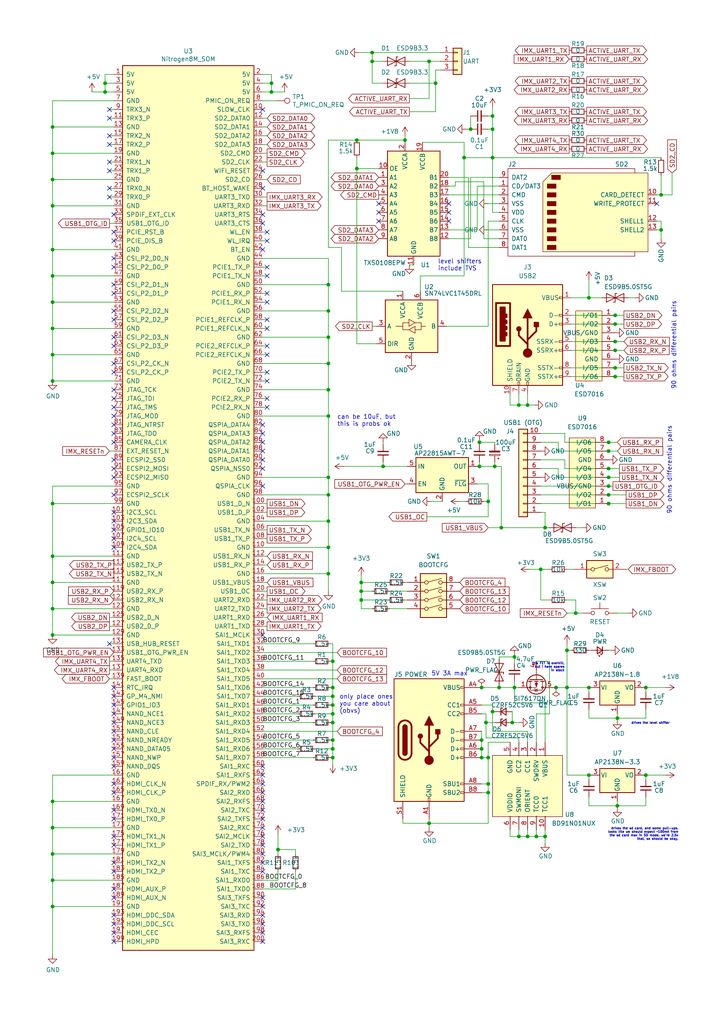
<source format=kicad_sch>
(kicad_sch (version 20211123) (generator eeschema)
  (paper "A4" portrait)
  (junction (at 141.605 227.33))
  (junction (at 124.46 17.78))
  (junction (at 155.575 242.57))
  (junction (at 178.435 91.44))
  (junction (at 78.74 24.13))
  (junction (at 15.24 161.29))
  (junction (at 104.775 173.99))
  (junction (at 30.48 24.13))
  (junction (at 191.77 56.515))
  (junction (at 153.035 117.475))
  (junction (at 187.325 199.39))
  (junction (at 15.24 168.91))
  (junction (at 15.24 184.15))
  (junction (at 149.225 190.5))
  (junction (at 176.53 146.05))
  (junction (at 15.24 102.87))
  (junction (at 95.25 105.41))
  (junction (at 164.465 188.595))
  (junction (at 95.25 120.65))
  (junction (at 117.475 40.64))
  (junction (at 96.52 191.77))
  (junction (at 140.97 209.55))
  (junction (at 164.465 199.39))
  (junction (at 191.77 66.675))
  (junction (at 95.25 151.13))
  (junction (at 161.29 199.39))
  (junction (at 96.52 199.39))
  (junction (at 141.605 219.71))
  (junction (at 170.815 224.79))
  (junction (at 176.53 143.51))
  (junction (at 96.52 217.17))
  (junction (at 139.7 199.39))
  (junction (at 139.065 135.255))
  (junction (at 176.53 138.43))
  (junction (at 178.435 109.22))
  (junction (at 178.435 101.6))
  (junction (at 15.24 87.63))
  (junction (at 126.365 24.13))
  (junction (at 142.875 206.375))
  (junction (at 15.24 255.27))
  (junction (at 139.065 128.27))
  (junction (at 142.875 45.72))
  (junction (at 15.24 95.25))
  (junction (at 170.815 86.36))
  (junction (at 139.7 214.63))
  (junction (at 104.775 168.91))
  (junction (at 167.005 177.8))
  (junction (at 96.52 204.47))
  (junction (at 176.53 128.27))
  (junction (at 15.24 44.45))
  (junction (at 170.815 199.39))
  (junction (at 149.225 199.39))
  (junction (at 96.52 214.63))
  (junction (at 15.24 240.03))
  (junction (at 95.25 166.37))
  (junction (at 95.25 113.03))
  (junction (at 15.24 247.65))
  (junction (at 96.52 209.55))
  (junction (at 150.495 117.475))
  (junction (at 95.25 158.75))
  (junction (at 95.25 90.17))
  (junction (at 15.24 36.83))
  (junction (at 158.115 242.57))
  (junction (at 156.845 165.1))
  (junction (at 78.74 26.67))
  (junction (at 176.53 140.97))
  (junction (at 96.52 207.01))
  (junction (at 124.46 238.76))
  (junction (at 139.7 219.71))
  (junction (at 15.24 176.53))
  (junction (at 136.525 37.465))
  (junction (at 148.59 209.55))
  (junction (at 95.25 82.55))
  (junction (at 15.24 110.49))
  (junction (at 15.24 146.05))
  (junction (at 153.035 242.57))
  (junction (at 142.875 37.465))
  (junction (at 150.495 242.57))
  (junction (at 15.24 72.39))
  (junction (at 15.24 262.89))
  (junction (at 179.07 233.68))
  (junction (at 30.48 26.67))
  (junction (at 187.325 224.79))
  (junction (at 178.435 106.68))
  (junction (at 15.24 52.07))
  (junction (at 176.53 130.81))
  (junction (at 104.775 171.45))
  (junction (at 15.24 59.69))
  (junction (at 15.24 80.01))
  (junction (at 107.95 17.78))
  (junction (at 141.605 229.87))
  (junction (at 144.78 199.39))
  (junction (at 95.25 138.43))
  (junction (at 134.62 45.72))
  (junction (at 95.25 97.79))
  (junction (at 111.125 135.255))
  (junction (at 178.435 99.06))
  (junction (at 107.95 15.24))
  (junction (at 15.24 232.41))
  (junction (at 176.53 135.89))
  (junction (at 96.52 201.93))
  (junction (at 96.52 219.71))
  (junction (at 103.505 40.64))
  (junction (at 139.7 217.17))
  (junction (at 178.435 93.98))
  (junction (at 143.51 135.255))
  (junction (at 95.25 143.51))
  (junction (at 158.115 153.035))
  (junction (at 80.645 246.38))
  (junction (at 142.875 33.655))
  (junction (at 103.505 48.895))
  (junction (at 141.605 145.415))
  (junction (at 145.415 153.035))
  (junction (at 179.07 208.28))
  (no_connect (at 33.02 82.55))
  (no_connect (at 76.2 184.15))
  (no_connect (at 33.02 69.85))
  (no_connect (at 33.02 209.55))
  (no_connect (at 33.02 74.93))
  (no_connect (at 33.02 92.71))
  (no_connect (at 33.02 153.67))
  (no_connect (at 33.02 156.21))
  (no_connect (at 33.02 158.75))
  (no_connect (at 33.02 77.47))
  (no_connect (at 33.02 212.09))
  (no_connect (at 33.02 85.09))
  (no_connect (at 76.2 224.79))
  (no_connect (at 76.2 128.27))
  (no_connect (at 33.02 217.17))
  (no_connect (at 33.02 265.43))
  (no_connect (at 33.02 267.97))
  (no_connect (at 33.02 270.51))
  (no_connect (at 33.02 273.05))
  (no_connect (at 33.02 227.33))
  (no_connect (at 33.02 229.87))
  (no_connect (at 33.02 234.95))
  (no_connect (at 33.02 237.49))
  (no_connect (at 33.02 242.57))
  (no_connect (at 33.02 245.11))
  (no_connect (at 33.02 250.19))
  (no_connect (at 33.02 252.73))
  (no_connect (at 76.2 260.35))
  (no_connect (at 76.2 140.97))
  (no_connect (at 76.2 123.19))
  (no_connect (at 130.175 64.135))
  (no_connect (at 130.175 61.595))
  (no_connect (at 130.175 59.055))
  (no_connect (at 76.2 267.97))
  (no_connect (at 76.2 31.75))
  (no_connect (at 33.02 207.01))
  (no_connect (at 76.2 270.51))
  (no_connect (at 76.2 265.43))
  (no_connect (at 33.02 199.39))
  (no_connect (at 33.02 201.93))
  (no_connect (at 33.02 204.47))
  (no_connect (at 77.47 69.85))
  (no_connect (at 77.47 67.31))
  (no_connect (at 190.5 59.055))
  (no_connect (at 76.2 222.25))
  (no_connect (at 76.2 262.89))
  (no_connect (at 76.2 64.77))
  (no_connect (at 76.2 133.35))
  (no_connect (at 33.02 214.63))
  (no_connect (at 76.2 54.61))
  (no_connect (at 33.02 260.35))
  (no_connect (at 76.2 125.73))
  (no_connect (at 76.2 273.05))
  (no_connect (at 33.02 62.23))
  (no_connect (at 33.02 128.27))
  (no_connect (at 76.2 250.19))
  (no_connect (at 76.2 232.41))
  (no_connect (at 76.2 229.87))
  (no_connect (at 76.2 227.33))
  (no_connect (at 76.2 245.11))
  (no_connect (at 76.2 242.57))
  (no_connect (at 76.2 240.03))
  (no_connect (at 76.2 237.49))
  (no_connect (at 76.2 234.95))
  (no_connect (at 76.2 247.65))
  (no_connect (at 109.855 59.055))
  (no_connect (at 109.855 64.135))
  (no_connect (at 109.855 61.595))
  (no_connect (at 77.47 77.47))
  (no_connect (at 77.47 80.01))
  (no_connect (at 77.47 100.33))
  (no_connect (at 77.47 85.09))
  (no_connect (at 77.47 87.63))
  (no_connect (at 77.47 92.71))
  (no_connect (at 77.47 95.25))
  (no_connect (at 77.47 102.87))
  (no_connect (at 77.47 107.95))
  (no_connect (at 77.47 110.49))
  (no_connect (at 77.47 115.57))
  (no_connect (at 77.47 118.11))
  (no_connect (at 33.02 67.31))
  (no_connect (at 31.75 31.75))
  (no_connect (at 31.75 34.29))
  (no_connect (at 31.75 39.37))
  (no_connect (at 31.75 41.91))
  (no_connect (at 31.75 46.99))
  (no_connect (at 31.75 49.53))
  (no_connect (at 31.75 54.61))
  (no_connect (at 31.75 57.15))
  (no_connect (at 33.02 107.95))
  (no_connect (at 76.2 49.53))
  (no_connect (at 76.2 252.73))
  (no_connect (at 76.2 62.23))
  (no_connect (at 76.2 72.39))
  (no_connect (at 33.02 90.17))
  (no_connect (at 76.2 135.89))
  (no_connect (at 33.02 100.33))
  (no_connect (at 76.2 130.81))
  (no_connect (at 33.02 222.25))
  (no_connect (at 33.02 105.41))
  (no_connect (at 33.02 97.79))
  (no_connect (at 33.02 257.81))
  (no_connect (at 33.02 133.35))
  (no_connect (at 33.02 135.89))
  (no_connect (at 33.02 138.43))
  (no_connect (at 33.02 219.71))
  (no_connect (at 33.02 115.57))
  (no_connect (at 33.02 113.03))
  (no_connect (at 33.02 123.19))
  (no_connect (at 33.02 125.73))
  (no_connect (at 33.02 120.65))
  (no_connect (at 33.02 118.11))
  (no_connect (at 31.75 186.69))
  (no_connect (at 33.02 143.51))
  (no_connect (at 33.02 148.59))
  (no_connect (at 33.02 151.13))
  (wire (pts (xy 118.745 17.78) (xy 124.46 17.78)))
  (wire (pts (xy 179.07 207.01) (xy 179.07 208.28)))
  (wire (pts (xy 142.875 206.375) (xy 143.51 206.375)))
  (wire (pts (xy 33.02 240.03) (xy 15.24 240.03)))
  (wire (pts (xy 95.25 151.13) (xy 95.25 158.75)))
  (wire (pts (xy 138.43 53.975) (xy 144.78 53.975)))
  (wire (pts (xy 15.24 102.87) (xy 15.24 95.25)))
  (wire (pts (xy 144.78 64.135) (xy 141.605 64.135)))
  (wire (pts (xy 33.02 80.01) (xy 15.24 80.01)))
  (wire (pts (xy 143.51 133.985) (xy 143.51 135.255)))
  (wire (pts (xy 136.525 33.655) (xy 136.525 37.465)))
  (wire (pts (xy 15.24 262.89) (xy 33.02 262.89)))
  (wire (pts (xy 33.02 24.13) (xy 30.48 24.13)))
  (wire (pts (xy 130.175 56.515) (xy 144.78 56.515)))
  (wire (pts (xy 170.815 199.39) (xy 171.45 199.39)))
  (wire (pts (xy 99.695 135.255) (xy 111.125 135.255)))
  (wire (pts (xy 85.725 257.81) (xy 76.2 257.81)))
  (wire (pts (xy 138.43 135.255) (xy 139.065 135.255)))
  (wire (pts (xy 136.525 51.435) (xy 144.78 51.435)))
  (wire (pts (xy 176.53 138.43) (xy 179.705 138.43)))
  (wire (pts (xy 80.645 246.38) (xy 85.725 246.38)))
  (wire (pts (xy 33.02 176.53) (xy 15.24 176.53)))
  (wire (pts (xy 95.25 171.45) (xy 95.25 166.37)))
  (wire (pts (xy 77.47 44.45) (xy 76.2 44.45)))
  (wire (pts (xy 95.25 105.41) (xy 95.25 113.03)))
  (wire (pts (xy 141.605 94.615) (xy 129.54 94.615)))
  (wire (pts (xy 141.605 227.33) (xy 141.605 229.87)))
  (wire (pts (xy 164.465 199.39) (xy 164.465 224.79)))
  (wire (pts (xy 77.47 39.37) (xy 76.2 39.37)))
  (wire (pts (xy 171.45 188.595) (xy 170.815 188.595)))
  (wire (pts (xy 140.97 209.55) (xy 140.97 213.995)))
  (wire (pts (xy 159.385 191.77) (xy 159.385 207.01)))
  (wire (pts (xy 141.605 153.035) (xy 145.415 153.035)))
  (wire (pts (xy 187.325 199.39) (xy 187.325 200.66)))
  (wire (pts (xy 76.2 46.99) (xy 77.47 46.99)))
  (wire (pts (xy 86.36 217.17) (xy 76.2 217.17)))
  (wire (pts (xy 78.74 24.13) (xy 78.74 21.59)))
  (wire (pts (xy 147.955 242.57) (xy 150.495 242.57)))
  (wire (pts (xy 150.495 240.665) (xy 150.495 242.57)))
  (wire (pts (xy 150.495 114.3) (xy 150.495 117.475)))
  (wire (pts (xy 76.2 163.83) (xy 77.47 163.83)))
  (wire (pts (xy 163.83 125.73) (xy 163.83 128.27)))
  (wire (pts (xy 15.24 80.01) (xy 15.24 87.63)))
  (wire (pts (xy 33.02 146.05) (xy 15.24 146.05)))
  (wire (pts (xy 179.07 233.68) (xy 179.07 232.41)))
  (wire (pts (xy 109.22 99.695) (xy 103.505 99.695)))
  (wire (pts (xy 95.885 204.47) (xy 96.52 204.47)))
  (wire (pts (xy 164.465 177.8) (xy 167.005 177.8)))
  (wire (pts (xy 31.75 130.81) (xy 33.02 130.81)))
  (wire (pts (xy 95.25 71.755) (xy 95.25 40.64)))
  (wire (pts (xy 141.605 59.055) (xy 144.78 59.055)))
  (wire (pts (xy 76.2 26.67) (xy 78.74 26.67)))
  (wire (pts (xy 31.75 191.77) (xy 33.02 191.77)))
  (wire (pts (xy 90.805 214.63) (xy 76.2 214.63)))
  (wire (pts (xy 77.47 80.01) (xy 76.2 80.01)))
  (wire (pts (xy 107.95 17.78) (xy 107.95 15.24)))
  (wire (pts (xy 95.25 97.79) (xy 95.25 105.41)))
  (wire (pts (xy 165.735 91.44) (xy 178.435 91.44)))
  (wire (pts (xy 178.435 91.44) (xy 180.975 91.44)))
  (wire (pts (xy 148.59 206.375) (xy 148.59 209.55)))
  (wire (pts (xy 149.225 199.39) (xy 149.225 203.835)))
  (wire (pts (xy 139.065 128.27) (xy 143.51 128.27)))
  (wire (pts (xy 80.645 252.73) (xy 80.645 255.27)))
  (wire (pts (xy 182.245 165.1) (xy 181.61 165.1)))
  (wire (pts (xy 97.79 212.09) (xy 76.2 212.09)))
  (wire (pts (xy 33.02 44.45) (xy 15.24 44.45)))
  (wire (pts (xy 95.885 214.63) (xy 96.52 214.63)))
  (wire (pts (xy 140.97 209.55) (xy 143.51 209.55)))
  (wire (pts (xy 194.945 56.515) (xy 194.945 50.165)))
  (wire (pts (xy 156.845 128.27) (xy 161.925 128.27)))
  (wire (pts (xy 136.525 69.215) (xy 136.525 51.435)))
  (wire (pts (xy 139.7 204.47) (xy 142.875 204.47)))
  (wire (pts (xy 123.825 149.86) (xy 141.605 149.86)))
  (wire (pts (xy 91.44 217.17) (xy 96.52 217.17)))
  (wire (pts (xy 147.955 117.475) (xy 150.495 117.475)))
  (wire (pts (xy 31.75 181.61) (xy 33.02 181.61)))
  (wire (pts (xy 156.845 125.73) (xy 163.83 125.73)))
  (wire (pts (xy 164.465 165.1) (xy 166.37 165.1)))
  (wire (pts (xy 95.885 199.39) (xy 96.52 199.39)))
  (wire (pts (xy 176.53 188.595) (xy 177.165 188.595)))
  (wire (pts (xy 77.47 95.25) (xy 76.2 95.25)))
  (wire (pts (xy 112.395 173.99) (xy 104.775 173.99)))
  (wire (pts (xy 95.25 113.03) (xy 95.25 120.65)))
  (wire (pts (xy 90.805 204.47) (xy 76.2 204.47)))
  (wire (pts (xy 33.02 102.87) (xy 15.24 102.87)))
  (wire (pts (xy 156.845 140.97) (xy 176.53 140.97)))
  (wire (pts (xy 80.645 241.935) (xy 80.645 246.38)))
  (wire (pts (xy 178.435 106.68) (xy 180.975 106.68)))
  (wire (pts (xy 76.2 41.91) (xy 77.47 41.91)))
  (wire (pts (xy 155.575 242.57) (xy 158.115 242.57)))
  (wire (pts (xy 76.2 120.65) (xy 95.25 120.65)))
  (wire (pts (xy 15.24 140.97) (xy 15.24 146.05)))
  (wire (pts (xy 187.325 205.74) (xy 187.325 208.28)))
  (wire (pts (xy 86.36 201.93) (xy 76.2 201.93)))
  (wire (pts (xy 153.035 117.475) (xy 154.94 117.475)))
  (wire (pts (xy 90.805 186.69) (xy 76.2 186.69)))
  (wire (pts (xy 156.845 146.05) (xy 176.53 146.05)))
  (wire (pts (xy 124.46 237.49) (xy 124.46 238.76)))
  (wire (pts (xy 15.24 59.69) (xy 15.24 72.39)))
  (wire (pts (xy 78.74 26.67) (xy 78.74 24.13)))
  (wire (pts (xy 141.605 229.87) (xy 141.605 238.76)))
  (wire (pts (xy 158.115 242.57) (xy 158.115 244.475)))
  (wire (pts (xy 186.69 224.79) (xy 187.325 224.79)))
  (wire (pts (xy 112.395 168.91) (xy 104.775 168.91)))
  (wire (pts (xy 176.53 128.27) (xy 179.07 128.27)))
  (wire (pts (xy 161.925 130.81) (xy 176.53 130.81)))
  (wire (pts (xy 191.77 66.675) (xy 191.77 69.215)))
  (wire (pts (xy 97.79 196.85) (xy 76.2 196.85)))
  (wire (pts (xy 33.02 232.41) (xy 15.24 232.41)))
  (wire (pts (xy 111.125 135.255) (xy 118.11 135.255)))
  (wire (pts (xy 156.845 135.89) (xy 161.925 135.89)))
  (wire (pts (xy 164.465 199.39) (xy 170.815 199.39)))
  (wire (pts (xy 165.735 86.36) (xy 170.815 86.36)))
  (wire (pts (xy 76.2 21.59) (xy 78.74 21.59)))
  (wire (pts (xy 139.7 227.33) (xy 141.605 227.33)))
  (wire (pts (xy 161.925 138.43) (xy 176.53 138.43)))
  (wire (pts (xy 76.2 173.99) (xy 77.47 173.99)))
  (wire (pts (xy 135.89 51.435) (xy 135.89 71.755)))
  (wire (pts (xy 118.745 24.13) (xy 126.365 24.13)))
  (wire (pts (xy 117.475 168.91) (xy 118.11 168.91)))
  (wire (pts (xy 76.2 97.79) (xy 95.25 97.79)))
  (wire (pts (xy 96.52 209.55) (xy 96.52 207.01)))
  (wire (pts (xy 77.47 176.53) (xy 76.2 176.53)))
  (wire (pts (xy 126.365 24.13) (xy 126.365 32.385)))
  (wire (pts (xy 76.2 85.09) (xy 77.47 85.09)))
  (wire (pts (xy 150.495 242.57) (xy 153.035 242.57)))
  (wire (pts (xy 140.97 207.01) (xy 140.97 209.55)))
  (wire (pts (xy 141.605 149.86) (xy 141.605 145.415)))
  (wire (pts (xy 31.75 194.31) (xy 33.02 194.31)))
  (wire (pts (xy 165.735 188.595) (xy 164.465 188.595)))
  (wire (pts (xy 80.01 29.21) (xy 76.2 29.21)))
  (wire (pts (xy 33.02 110.49) (xy 15.24 110.49)))
  (wire (pts (xy 95.25 143.51) (xy 95.25 151.13)))
  (wire (pts (xy 142.875 31.115) (xy 142.875 33.655)))
  (wire (pts (xy 176.53 135.89) (xy 179.705 135.89)))
  (wire (pts (xy 107.95 176.53) (xy 104.775 176.53)))
  (wire (pts (xy 95.885 219.71) (xy 96.52 219.71)))
  (wire (pts (xy 77.47 100.33) (xy 76.2 100.33)))
  (wire (pts (xy 104.775 168.91) (xy 104.775 167.005)))
  (wire (pts (xy 141.605 215.265) (xy 141.605 219.71)))
  (wire (pts (xy 165.735 109.22) (xy 178.435 109.22)))
  (wire (pts (xy 179.07 208.28) (xy 179.07 208.915)))
  (wire (pts (xy 141.605 33.655) (xy 142.875 33.655)))
  (wire (pts (xy 31.75 34.29) (xy 33.02 34.29)))
  (wire (pts (xy 139.065 128.27) (xy 139.065 128.905)))
  (wire (pts (xy 132.08 53.975) (xy 130.175 53.975)))
  (wire (pts (xy 141.605 145.415) (xy 141.605 140.335)))
  (wire (pts (xy 111.125 133.985) (xy 111.125 135.255)))
  (wire (pts (xy 153.67 165.1) (xy 156.845 165.1)))
  (wire (pts (xy 139.7 214.63) (xy 139.7 217.17)))
  (wire (pts (xy 77.47 171.45) (xy 76.2 171.45)))
  (wire (pts (xy 142.875 212.09) (xy 153.035 212.09)))
  (wire (pts (xy 80.645 255.27) (xy 76.2 255.27)))
  (wire (pts (xy 104.775 173.99) (xy 104.775 176.53)))
  (wire (pts (xy 33.02 21.59) (xy 30.48 21.59)))
  (wire (pts (xy 126.365 20.32) (xy 126.365 24.13)))
  (wire (pts (xy 141.605 219.71) (xy 141.605 227.33)))
  (wire (pts (xy 127.635 17.78) (xy 124.46 17.78)))
  (wire (pts (xy 113.03 171.45) (xy 118.11 171.45)))
  (wire (pts (xy 30.48 24.13) (xy 30.48 21.59)))
  (wire (pts (xy 167.005 177.8) (xy 168.91 177.8)))
  (wire (pts (xy 144.78 190.5) (xy 149.225 190.5)))
  (wire (pts (xy 139.7 212.09) (xy 139.7 214.63)))
  (wire (pts (xy 111.125 128.27) (xy 111.125 128.905)))
  (wire (pts (xy 96.52 199.39) (xy 96.52 191.77)))
  (wire (pts (xy 33.02 247.65) (xy 15.24 247.65)))
  (wire (pts (xy 77.47 87.63) (xy 76.2 87.63)))
  (wire (pts (xy 95.25 82.55) (xy 95.25 90.17)))
  (wire (pts (xy 113.03 176.53) (xy 118.11 176.53)))
  (wire (pts (xy 76.2 90.17) (xy 95.25 90.17)))
  (wire (pts (xy 171.45 224.79) (xy 170.815 224.79)))
  (wire (pts (xy 103.505 40.64) (xy 117.475 40.64)))
  (wire (pts (xy 77.47 161.29) (xy 76.2 161.29)))
  (wire (pts (xy 148.59 209.55) (xy 150.495 209.55)))
  (wire (pts (xy 150.495 213.995) (xy 150.495 215.265)))
  (wire (pts (xy 77.47 107.95) (xy 76.2 107.95)))
  (wire (pts (xy 167.005 173.99) (xy 167.005 177.8)))
  (wire (pts (xy 117.475 140.335) (xy 118.11 140.335)))
  (wire (pts (xy 76.2 92.71) (xy 77.47 92.71)))
  (wire (pts (xy 33.02 41.91) (xy 31.75 41.91)))
  (wire (pts (xy 91.44 201.93) (xy 96.52 201.93)))
  (wire (pts (xy 132.08 52.705) (xy 140.335 52.705)))
  (wire (pts (xy 139.7 207.01) (xy 140.97 207.01)))
  (wire (pts (xy 76.2 59.69) (xy 77.47 59.69)))
  (wire (pts (xy 76.2 138.43) (xy 95.25 138.43)))
  (wire (pts (xy 170.815 208.28) (xy 179.07 208.28)))
  (wire (pts (xy 76.2 143.51) (xy 95.25 143.51)))
  (wire (pts (xy 31.75 54.61) (xy 33.02 54.61)))
  (wire (pts (xy 15.24 87.63) (xy 15.24 95.25)))
  (wire (pts (xy 156.845 133.35) (xy 163.83 133.35)))
  (wire (pts (xy 124.46 238.76) (xy 124.46 240.03)))
  (wire (pts (xy 153.035 242.57) (xy 155.575 242.57)))
  (wire (pts (xy 144.78 69.215) (xy 140.335 69.215)))
  (wire (pts (xy 159.385 153.035) (xy 158.115 153.035)))
  (wire (pts (xy 33.02 26.67) (xy 30.48 26.67)))
  (wire (pts (xy 164.465 186.69) (xy 164.465 188.595)))
  (wire (pts (xy 33.02 168.91) (xy 15.24 168.91)))
  (wire (pts (xy 33.02 52.07) (xy 15.24 52.07)))
  (wire (pts (xy 158.115 153.035) (xy 158.115 148.59)))
  (wire (pts (xy 179.07 177.8) (xy 182.245 177.8)))
  (wire (pts (xy 143.51 128.27) (xy 143.51 128.905)))
  (wire (pts (xy 170.815 86.36) (xy 174.625 86.36)))
  (wire (pts (xy 138.43 66.675) (xy 138.43 53.975)))
  (wire (pts (xy 130.175 51.435) (xy 135.89 51.435)))
  (wire (pts (xy 142.875 204.47) (xy 142.875 206.375)))
  (wire (pts (xy 134.62 41.275) (xy 134.62 45.72)))
  (wire (pts (xy 165.735 99.06) (xy 178.435 99.06)))
  (wire (pts (xy 156.845 173.99) (xy 156.845 165.1)))
  (wire (pts (xy 144.78 198.755) (xy 144.78 199.39)))
  (wire (pts (xy 163.83 128.27) (xy 176.53 128.27)))
  (wire (pts (xy 103.505 48.895) (xy 103.505 45.72)))
  (wire (pts (xy 161.925 135.89) (xy 161.925 138.43)))
  (wire (pts (xy 33.02 49.53) (xy 31.75 49.53)))
  (wire (pts (xy 142.875 37.465) (xy 142.875 45.72)))
  (wire (pts (xy 150.495 117.475) (xy 153.035 117.475)))
  (wire (pts (xy 121.92 80.01) (xy 121.92 84.455)))
  (wire (pts (xy 170.815 224.79) (xy 164.465 224.79)))
  (wire (pts (xy 155.575 191.77) (xy 159.385 191.77)))
  (wire (pts (xy 190.5 56.515) (xy 191.77 56.515)))
  (wire (pts (xy 15.24 52.07) (xy 15.24 59.69)))
  (wire (pts (xy 116.84 84.455) (xy 99.06 84.455)))
  (wire (pts (xy 139.065 135.255) (xy 143.51 135.255)))
  (wire (pts (xy 33.02 57.15) (xy 31.75 57.15)))
  (wire (pts (xy 104.775 171.45) (xy 104.775 173.99)))
  (wire (pts (xy 170.815 231.14) (xy 170.815 233.68)))
  (wire (pts (xy 179.07 234.315) (xy 179.07 233.68)))
  (wire (pts (xy 15.24 72.39) (xy 15.24 80.01)))
  (wire (pts (xy 134.62 80.01) (xy 134.62 45.72)))
  (wire (pts (xy 76.2 74.93) (xy 95.25 74.93)))
  (wire (pts (xy 191.77 64.135) (xy 191.77 66.675)))
  (wire (pts (xy 153.035 240.665) (xy 153.035 242.57)))
  (wire (pts (xy 132.08 52.705) (xy 132.08 53.975)))
  (wire (pts (xy 176.53 140.97) (xy 177.8 140.97)))
  (wire (pts (xy 111.125 24.13) (xy 107.95 24.13)))
  (wire (pts (xy 165.735 101.6) (xy 178.435 101.6)))
  (wire (pts (xy 15.24 102.87) (xy 15.24 110.49)))
  (wire (pts (xy 118.745 28.575) (xy 124.46 28.575)))
  (wire (pts (xy 159.385 173.99) (xy 156.845 173.99)))
  (wire (pts (xy 164.465 188.595) (xy 164.465 199.39)))
  (wire (pts (xy 130.175 69.215) (xy 136.525 69.215)))
  (wire (pts (xy 77.47 34.29) (xy 76.2 34.29)))
  (wire (pts (xy 104.14 15.24) (xy 107.95 15.24)))
  (wire (pts (xy 30.48 26.67) (xy 26.67 26.67)))
  (wire (pts (xy 178.435 99.06) (xy 180.975 99.06)))
  (wire (pts (xy 76.2 36.83) (xy 77.47 36.83)))
  (wire (pts (xy 96.52 214.63) (xy 96.52 209.55)))
  (wire (pts (xy 95.885 209.55) (xy 96.52 209.55)))
  (wire (pts (xy 141.605 66.675) (xy 144.78 66.675)))
  (wire (pts (xy 82.55 26.67) (xy 78.74 26.67)))
  (wire (pts (xy 99.06 71.755) (xy 95.25 71.755)))
  (wire (pts (xy 96.52 221.615) (xy 96.52 219.71)))
  (wire (pts (xy 76.2 151.13) (xy 95.25 151.13)))
  (wire (pts (xy 95.25 120.65) (xy 95.25 138.43)))
  (wire (pts (xy 186.69 199.39) (xy 187.325 199.39)))
  (wire (pts (xy 120.015 76.835) (xy 118.745 76.835)))
  (wire (pts (xy 91.44 207.01) (xy 96.52 207.01)))
  (wire (pts (xy 142.875 33.655) (xy 142.875 37.465)))
  (wire (pts (xy 96.52 219.71) (xy 96.52 217.17)))
  (wire (pts (xy 103.505 99.695) (xy 103.505 48.895)))
  (wire (pts (xy 96.52 201.93) (xy 96.52 199.39)))
  (wire (pts (xy 158.115 203.835) (xy 149.225 203.835)))
  (wire (pts (xy 176.53 143.51) (xy 181.61 143.51)))
  (wire (pts (xy 97.79 189.23) (xy 76.2 189.23)))
  (wire (pts (xy 168.91 153.035) (xy 167.005 153.035)))
  (wire (pts (xy 147.955 114.3) (xy 147.955 117.475)))
  (wire (pts (xy 76.2 110.49) (xy 77.47 110.49)))
  (wire (pts (xy 33.02 140.97) (xy 15.24 140.97)))
  (wire (pts (xy 158.115 215.265) (xy 158.115 203.835)))
  (wire (pts (xy 191.77 56.515) (xy 194.945 56.515)))
  (wire (pts (xy 187.325 224.79) (xy 187.325 226.06)))
  (wire (pts (xy 76.2 113.03) (xy 95.25 113.03)))
  (wire (pts (xy 153.035 114.3) (xy 153.035 117.475)))
  (wire (pts (xy 149.225 190.5) (xy 149.225 192.405)))
  (wire (pts (xy 149.225 197.485) (xy 149.225 199.39)))
  (wire (pts (xy 122.555 41.275) (xy 134.62 41.275)))
  (wire (pts (xy 170.815 224.79) (xy 170.815 226.06)))
  (wire (pts (xy 90.805 209.55) (xy 76.2 209.55)))
  (wire (pts (xy 147.955 215.265) (xy 141.605 215.265)))
  (wire (pts (xy 97.79 194.31) (xy 76.2 194.31)))
  (wire (pts (xy 165.735 106.68) (xy 178.435 106.68)))
  (wire (pts (xy 153.035 212.09) (xy 153.035 215.265)))
  (wire (pts (xy 156.845 165.1) (xy 159.385 165.1)))
  (wire (pts (xy 160.655 199.39) (xy 161.29 199.39)))
  (wire (pts (xy 140.335 145.415) (xy 141.605 145.415)))
  (wire (pts (xy 31.75 46.99) (xy 33.02 46.99)))
  (wire (pts (xy 76.2 118.11) (xy 77.47 118.11)))
  (wire (pts (xy 15.24 224.79) (xy 15.24 232.41)))
  (wire (pts (xy 144.78 199.39) (xy 149.225 199.39)))
  (wire (pts (xy 96.52 217.17) (xy 96.52 214.63)))
  (wire (pts (xy 76.2 67.31) (xy 77.47 67.31)))
  (wire (pts (xy 144.78 191.135) (xy 144.78 190.5)))
  (wire (pts (xy 127.635 20.32) (xy 126.365 20.32)))
  (wire (pts (xy 31.75 186.69) (xy 33.02 186.69)))
  (wire (pts (xy 142.875 61.595) (xy 142.875 45.72)))
  (wire (pts (xy 178.435 93.98) (xy 180.975 93.98)))
  (wire (pts (xy 187.325 231.14) (xy 187.325 233.68)))
  (wire (pts (xy 15.24 276.86) (xy 15.24 262.89)))
  (wire (pts (xy 139.065 127.635) (xy 139.065 128.27)))
  (wire (pts (xy 15.24 146.05) (xy 15.24 161.29)))
  (wire (pts (xy 77.47 115.57) (xy 76.2 115.57)))
  (wire (pts (xy 117.475 39.37) (xy 117.475 40.64)))
  (wire (pts (xy 170.815 205.74) (xy 170.815 208.28)))
  (wire (pts (xy 77.47 148.59) (xy 76.2 148.59)))
  (wire (pts (xy 170.815 81.28) (xy 170.815 86.36)))
  (wire (pts (xy 139.7 219.71) (xy 141.605 219.71)))
  (wire (pts (xy 124.46 17.78) (xy 124.46 28.575)))
  (wire (pts (xy 76.2 179.07) (xy 77.47 179.07)))
  (wire (pts (xy 149.225 199.39) (xy 150.495 199.39)))
  (wire (pts (xy 179.07 233.68) (xy 187.325 233.68)))
  (wire (pts (xy 30.48 26.67) (xy 30.48 24.13)))
  (wire (pts (xy 86.36 207.01) (xy 76.2 207.01)))
  (wire (pts (xy 15.24 168.91) (xy 15.24 161.29)))
  (wire (pts (xy 15.24 255.27) (xy 33.02 255.27)))
  (wire (pts (xy 77.47 168.91) (xy 76.2 168.91)))
  (wire (pts (xy 111.125 17.78) (xy 107.95 17.78)))
  (wire (pts (xy 158.115 240.665) (xy 158.115 242.57)))
  (wire (pts (xy 99.06 84.455) (xy 99.06 71.755)))
  (wire (pts (xy 155.575 207.01) (xy 155.575 215.265)))
  (wire (pts (xy 176.53 130.81) (xy 179.07 130.81)))
  (wire (pts (xy 76.2 105.41) (xy 95.25 105.41)))
  (wire (pts (xy 161.29 199.39) (xy 164.465 199.39)))
  (wire (pts (xy 139.7 229.87) (xy 141.605 229.87)))
  (wire (pts (xy 134.62 45.72) (xy 142.875 45.72)))
  (wire (pts (xy 117.475 40.64) (xy 117.475 41.275)))
  (wire (pts (xy 95.25 138.43) (xy 95.25 143.51)))
  (wire (pts (xy 31.75 64.77) (xy 33.02 64.77)))
  (wire (pts (xy 85.725 246.38) (xy 85.725 247.65)))
  (wire (pts (xy 164.465 173.99) (xy 167.005 173.99)))
  (wire (pts (xy 15.24 168.91) (xy 15.24 176.53)))
  (wire (pts (xy 76.2 57.15) (xy 77.47 57.15)))
  (wire (pts (xy 178.435 109.22) (xy 180.975 109.22)))
  (wire (pts (xy 159.385 207.01) (xy 155.575 207.01)))
  (wire (pts (xy 76.2 24.13) (xy 78.74 24.13)))
  (wire (pts (xy 107.95 171.45) (xy 104.775 171.45)))
  (wire (pts (xy 176.53 146.05) (xy 181.61 146.05)))
  (wire (pts (xy 77.47 181.61) (xy 76.2 181.61)))
  (wire (pts (xy 116.84 237.49) (xy 116.84 238.76)))
  (wire (pts (xy 126.365 32.385) (xy 118.745 32.385)))
  (wire (pts (xy 15.24 95.25) (xy 33.02 95.25)))
  (wire (pts (xy 121.92 80.01) (xy 134.62 80.01)))
  (wire (pts (xy 95.25 74.93) (xy 95.25 82.55)))
  (wire (pts (xy 15.24 240.03) (xy 15.24 247.65)))
  (wire (pts (xy 116.84 238.76) (xy 124.46 238.76)))
  (wire (pts (xy 90.805 191.77) (xy 76.2 191.77)))
  (wire (pts (xy 141.605 238.76) (xy 124.46 238.76)))
  (wire (pts (xy 107.95 24.13) (xy 107.95 17.78)))
  (wire (pts (xy 95.25 166.37) (xy 76.2 166.37)))
  (wire (pts (xy 142.875 206.375) (xy 142.875 212.09)))
  (wire (pts (xy 135.89 71.755) (xy 144.78 71.755)))
  (wire (pts (xy 142.875 45.72) (xy 191.77 45.72)))
  (wire (pts (xy 95.25 90.17) (xy 95.25 97.79)))
  (wire (pts (xy 145.415 153.035) (xy 158.115 153.035)))
  (wire (pts (xy 15.24 29.21) (xy 15.24 36.83)))
  (wire (pts (xy 141.605 140.335) (xy 138.43 140.335)))
  (wire (pts (xy 96.52 207.01) (xy 96.52 204.47)))
  (wire (pts (xy 143.51 135.255) (xy 145.415 135.255)))
  (wire (pts (xy 15.24 161.29) (xy 33.02 161.29)))
  (wire (pts (xy 107.95 15.24) (xy 127.635 15.24)))
  (wire (pts (xy 128.27 145.415) (xy 125.095 145.415)))
  (wire (pts (xy 141.605 37.465) (xy 142.875 37.465)))
  (wire (pts (xy 33.02 29.21) (xy 15.24 29.21)))
  (wire (pts (xy 33.02 36.83) (xy 15.24 36.83)))
  (wire (pts (xy 15.24 247.65) (xy 15.24 255.27)))
  (wire (pts (xy 95.25 158.75) (xy 95.25 166.37)))
  (wire (pts (xy 31.75 196.85) (xy 33.02 196.85)))
  (wire (pts (xy 107.95 94.615) (xy 109.22 94.615)))
  (wire (pts (xy 95.25 40.64) (xy 103.505 40.64)))
  (wire (pts (xy 170.815 199.39) (xy 170.815 200.66)))
  (wire (pts (xy 133.35 145.415) (xy 135.255 145.415)))
  (wire (pts (xy 90.805 219.71) (xy 76.2 219.71)))
  (wire (pts (xy 76.2 146.05) (xy 77.47 146.05)))
  (wire (pts (xy 15.24 36.83) (xy 15.24 44.45)))
  (wire (pts (xy 117.475 173.99) (xy 118.11 173.99)))
  (wire (pts (xy 187.325 224.79) (xy 193.04 224.79)))
  (wire (pts (xy 15.24 232.41) (xy 15.24 240.03)))
  (wire (pts (xy 178.435 101.6) (xy 180.975 101.6)))
  (wire (pts (xy 187.325 199.39) (xy 193.04 199.39)))
  (wire (pts (xy 96.52 186.69) (xy 95.885 186.69)))
  (wire (pts (xy 190.5 66.675) (xy 191.77 66.675)))
  (wire (pts (xy 76.2 153.67) (xy 77.47 153.67)))
  (wire (pts (xy 156.845 143.51) (xy 176.53 143.51)))
  (wire (pts (xy 165.735 93.98) (xy 178.435 93.98)))
  (wire (pts (xy 96.52 191.77) (xy 96.52 186.69)))
  (wire (pts (xy 179.07 208.28) (xy 187.325 208.28)))
  (wire (pts (xy 85.725 252.73) (xy 85.725 257.81)))
  (wire (pts (xy 15.24 44.45) (xy 15.24 52.07)))
  (wire (pts (xy 140.97 213.995) (xy 150.495 213.995)))
  (wire (pts (xy 15.24 176.53) (xy 15.24 184.15)))
  (wire (pts (xy 77.47 52.07) (xy 76.2 52.07)))
  (wire (pts (xy 33.02 224.79) (xy 15.24 224.79)))
  (wire (pts (xy 144.78 61.595) (xy 142.875 61.595)))
  (wire (pts (xy 76.2 77.47) (xy 77.47 77.47)))
  (wire (pts (xy 141.605 64.135) (xy 141.605 94.615)))
  (wire (pts (xy 33.02 59.69) (xy 15.24 59.69)))
  (wire (pts (xy 33.02 87.63) (xy 15.24 87.63)))
  (wire (pts (xy 33.02 179.07) (xy 31.75 179.07)))
  (wire (pts (xy 33.02 184.15) (xy 15.24 184.15)))
  (wire (pts (xy 33.02 31.75) (xy 31.75 31.75)))
  (wire (pts (xy 155.575 240.665) (xy 155.575 242.57)))
  (wire (pts (xy 76.2 69.85) (xy 77.47 69.85)))
  (wire (pts (xy 109.855 48.895) (xy 103.505 48.895)))
  (wire (pts (xy 31.75 39.37) (xy 33.02 39.37)))
  (wire (pts (xy 161.925 128.27) (xy 161.925 130.81)))
  (wire (pts (xy 104.775 168.91) (xy 104.775 171.45)))
  (wire (pts (xy 80.645 246.38) (xy 80.645 247.65)))
  (wire (pts (xy 163.83 135.89) (xy 176.53 135.89)))
  (wire (pts (xy 182.245 86.36) (xy 184.15 86.36)))
  (wire (pts (xy 190.5 64.135) (xy 191.77 64.135)))
  (wire (pts (xy 96.52 204.47) (xy 96.52 201.93)))
  (wire (pts (xy 140.335 69.215) (xy 140.335 52.705)))
  (wire (pts (xy 191.77 50.8) (xy 191.77 56.515)))
  (wire (pts (xy 76.2 102.87) (xy 77.47 102.87)))
  (wire (pts (xy 136.525 37.465) (xy 135.255 37.465)))
  (wire (pts (xy 149.225 189.865) (xy 149.225 190.5)))
  (wire (pts (xy 95.885 191.77) (xy 96.52 191.77)))
  (wire (pts (xy 76.2 158.75) (xy 95.25 158.75)))
  (wire (pts (xy 139.7 217.17) (xy 139.7 219.71)))
  (wire (pts (xy 147.955 240.665) (xy 147.955 242.57)))
  (wire (pts (xy 130.175 66.675) (xy 138.43 66.675)))
  (wire (pts (xy 15.24 262.89) (xy 15.24 255.27)))
  (wire (pts (xy 76.2 82.55) (xy 95.25 82.55)))
  (wire (pts (xy 139.7 199.39) (xy 144.78 199.39)))
  (wire (pts (xy 33.02 72.39) (xy 15.24 72.39)))
  (wire (pts (xy 170.815 233.68) (xy 179.07 233.68)))
  (wire (pts (xy 139.065 133.985) (xy 139.065 135.255)))
  (wire (pts (xy 145.415 135.255) (xy 145.415 153.035)))
  (wire (pts (xy 163.83 133.35) (xy 163.83 135.89)))
  (wire (pts (xy 77.47 156.21) (xy 76.2 156.21)))
  (wire (pts (xy 158.115 148.59) (xy 156.845 148.59)))
  (wire (pts (xy 90.805 199.39) (xy 76.2 199.39)))
  (text "only place ones\nyou care about\n(obvs)" (at 98.425 207.01 0) (effects (font (size 1.27 1.27)) (justify left bottom)))
  (text "level shifters\ninclude TVS" (at 127 78.74 0) (effects (font (size 1.27 1.27)) (justify left bottom)))
  (text "drives the sd card, and some pull-ups.\nlooks like we should expect ~100mA from\nthe sd card max in SD mode. we're 2.5x\nthat, so should be okay." (at 196.85 243.84 0) (effects (font (size 0.635 0.635)) (justify right bottom)))
  (text "90 ohms differential pairs" (at 194.945 149.225 90) (effects (font (size 1.27 1.27)) (justify left bottom)))
  (text "5V 3A max" (at 125.095 196.215 0) (effects (font (size 1.27 1.27)) (justify left bottom)))
  (text "this FET is overkill,\nbut i have spares\nin stock" (at 163.83 194.945 180) (effects (font (size 0.635 0.635)) (justify right bottom)))
  (text "drives the level shifter" (at 194.31 210.185 180) (effects (font (size 0.635 0.635)) (justify right bottom)))
  (text "can be 10uF, but\nthis is probs ok" (at 97.79 123.825 0) (effects (font (size 1.27 1.27)) (justify left bottom)))
  (text "90 ohms differential pairs" (at 196.215 113.03 90) (effects (font (size 1.27 1.27)) (justify left bottom)))
  (label "BOOTCFG_6" (at 76.2 217.17 0))
  (label "BOOTCFG_7" (at 76.2 219.71 0))
  (label "BOOTCFG_0" (at 76.835 255.27 0))
  (label "BOOTCFG_1" (at 76.205 204.47 0))
  (label "BOOTCFG_9" (at 76.2 186.69 0))
  (label "BOOTCFG_3" (at 76.2 209.55 0))
  (label "BOOTCFG_15" (at 76.2 201.93 0))
  (label "BOOTCFG_8" (at 78.105 257.81 0))
  (label "BOOTCFG_2" (at 76.205 207.01 0))
  (label "BOOTCFG_5" (at 76.2 214.63 0))
  (label "BOOTCFG_14" (at 76.2 199.39 0))
  (label "BOOTCFG_11" (at 76.2 191.77 0))
  (global_label "SD2_CD" (shape input) (at 194.945 50.165 90) (property "Intersheet References" "${INTERSHEET_REFS}" (effects hide)))
  (global_label "ACTIVE_UART_RX" (shape output) (at 170.18 34.925 0) (property "Intersheet References" "${INTERSHEET_REFS}" (effects hide)))
  (global_label "USB1_RX_N" (shape input) (at 77.47 161.29 0) (property "Intersheet References" "${INTERSHEET_REFS}" (effects hide)))
  (global_label "SD2_DATA1" (shape bidirectional) (at 109.855 51.435 180) (property "Intersheet References" "${INTERSHEET_REFS}" (effects hide)))
  (global_label "USB2_RX_P" (shape input) (at 180.975 101.6 0) (property "Intersheet References" "${INTERSHEET_REFS}" (effects hide)))
  (global_label "IMX_UART3_RX" (shape output) (at 165.1 34.925 180) (property "Intersheet References" "${INTERSHEET_REFS}" (effects hide)))
  (global_label "IMX_RESETn" (shape input) (at 164.465 177.8 180) (property "Intersheet References" "${INTERSHEET_REFS}" (effects hide)))
  (global_label "SD2_CLK" (shape output) (at 107.95 94.615 180) (property "Intersheet References" "${INTERSHEET_REFS}" (effects hide)))
  (global_label "USB2_DN" (shape output) (at 31.75 179.07 180) (property "Intersheet References" "${INTERSHEET_REFS}" (effects hide)))
  (global_label "ACTIVE_UART_RX" (shape output) (at 170.18 17.145 0) (property "Intersheet References" "${INTERSHEET_REFS}" (effects hide)))
  (global_label "USB1_TX_N" (shape output) (at 77.47 153.67 0) (property "Intersheet References" "${INTERSHEET_REFS}" (effects hide)))
  (global_label "BOOTCFG_12" (shape input) (at 97.79 194.31 0) (property "Intersheet References" "${INTERSHEET_REFS}" (effects hide)))
  (global_label "SD2_CMD" (shape output) (at 109.855 56.515 180) (property "Intersheet References" "${INTERSHEET_REFS}" (effects hide)))
  (global_label "IMX_UART4_TX" (shape output) (at 31.75 191.77 180) (property "Intersheet References" "${INTERSHEET_REFS}" (effects hide)))
  (global_label "IMX_UART3_TX" (shape output) (at 77.47 59.69 0) (property "Intersheet References" "${INTERSHEET_REFS}" (effects hide)))
  (global_label "USB2_TX_N" (shape output) (at 33.02 166.37 180) (property "Intersheet References" "${INTERSHEET_REFS}" (effects hide)))
  (global_label "USB2_TX_P" (shape output) (at 33.02 163.83 180) (property "Intersheet References" "${INTERSHEET_REFS}" (effects hide)))
  (global_label "SD2_DATA1" (shape bidirectional) (at 77.47 36.83 0) (property "Intersheet References" "${INTERSHEET_REFS}" (effects hide)))
  (global_label "ACTIVE_UART_RX" (shape output) (at 170.18 26.035 0) (property "Intersheet References" "${INTERSHEET_REFS}" (effects hide)))
  (global_label "USB2_RX_N" (shape input) (at 180.975 99.06 0) (property "Intersheet References" "${INTERSHEET_REFS}" (effects hide)))
  (global_label "IMX_UART1_TX" (shape output) (at 77.47 181.61 0) (property "Intersheet References" "${INTERSHEET_REFS}" (effects hide)))
  (global_label "USB1_DN" (shape output) (at 181.61 146.05 0) (property "Intersheet References" "${INTERSHEET_REFS}" (effects hide)))
  (global_label "IMX_UART1_TX" (shape output) (at 165.1 14.605 180) (property "Intersheet References" "${INTERSHEET_REFS}" (effects hide)))
  (global_label "SD2_CMD" (shape output) (at 77.47 44.45 0) (property "Intersheet References" "${INTERSHEET_REFS}" (effects hide)))
  (global_label "SD2_DATA2" (shape bidirectional) (at 77.47 39.37 0) (property "Intersheet References" "${INTERSHEET_REFS}" (effects hide)))
  (global_label "IMX_UART3_TX" (shape output) (at 165.1 32.385 180) (property "Intersheet References" "${INTERSHEET_REFS}" (effects hide)))
  (global_label "USB1_OC" (shape output) (at 123.825 149.86 180) (property "Intersheet References" "${INTERSHEET_REFS}" (effects hide)))
  (global_label "USB2_DP" (shape output) (at 180.975 93.98 0) (property "Intersheet References" "${INTERSHEET_REFS}" (effects hide)))
  (global_label "USB1_OTG_PWR_EN" (shape input) (at 33.02 189.23 180) (property "Intersheet References" "${INTERSHEET_REFS}" (effects hide)))
  (global_label "SD2_DATA0" (shape bidirectional) (at 109.855 53.975 180) (property "Intersheet References" "${INTERSHEET_REFS}" (effects hide)))
  (global_label "USB1_RX_P" (shape input) (at 77.47 163.83 0) (property "Intersheet References" "${INTERSHEET_REFS}" (effects hide)))
  (global_label "IMX_FBOOT" (shape bidirectional) (at 31.75 196.85 180) (property "Intersheet References" "${INTERSHEET_REFS}" (effects hide)))
  (global_label "IMX_UART4_RX" (shape output) (at 165.1 43.18 180) (property "Intersheet References" "${INTERSHEET_REFS}" (effects hide)))
  (global_label "BOOTCFG_4" (shape input) (at 97.79 212.09 0) (property "Intersheet References" "${INTERSHEET_REFS}" (effects hide)))
  (global_label "USB1_TX_N" (shape output) (at 179.705 138.43 0) (property "Intersheet References" "${INTERSHEET_REFS}" (effects hide)))
  (global_label "SD2_DATA0" (shape bidirectional) (at 77.47 34.29 0) (property "Intersheet References" "${INTERSHEET_REFS}" (effects hide)))
  (global_label "USB1_VBUS" (shape input) (at 77.47 168.91 0) (property "Intersheet References" "${INTERSHEET_REFS}" (effects hide)))
  (global_label "USB1_OC" (shape output) (at 77.47 171.45 0) (property "Intersheet References" "${INTERSHEET_REFS}" (effects hide)))
  (global_label "IMX_UART3_RX" (shape output) (at 77.47 57.15 0) (property "Intersheet References" "${INTERSHEET_REFS}" (effects hide)))
  (global_label "ACTIVE_UART_TX" (shape output) (at 170.18 23.495 0) (property "Intersheet References" "${INTERSHEET_REFS}" (effects hide)))
  (global_label "SD2_DATA3" (shape bidirectional) (at 109.855 66.675 180) (property "Intersheet References" "${INTERSHEET_REFS}" (effects hide)))
  (global_label "ACTIVE_UART_TX" (shape output) (at 170.18 32.385 0) (property "Intersheet References" "${INTERSHEET_REFS}" (effects hide)))
  (global_label "SD2_CLK" (shape output) (at 77.47 46.99 0) (property "Intersheet References" "${INTERSHEET_REFS}" (effects hide)))
  (global_label "USB1_DP" (shape output) (at 77.47 148.59 0) (property "Intersheet References" "${INTERSHEET_REFS}" (effects hide)))
  (global_label "ACTIVE_UART_TX" (shape output) (at 170.18 40.64 0) (property "Intersheet References" "${INTERSHEET_REFS}" (effects hide)))
  (global_label "BOOTCFG_10" (shape input) (at 133.35 176.53 0) (property "Intersheet References" "${INTERSHEET_REFS}" (effects hide)))
  (global_label "IMX_FBOOT" (shape bidirectional) (at 182.245 165.1 0) (property "Intersheet References" "${INTERSHEET_REFS}" (effects hide)))
  (global_label "USB2_DP" (shape output) (at 31.75 181.61 180) (property "Intersheet References" "${INTERSHEET_REFS}" (effects hide)))
  (global_label "IMX_UART4_RX" (shape output) (at 31.75 194.31 180) (property "Intersheet References" "${INTERSHEET_REFS}" (effects hide)))
  (global_label "ACTIVE_UART_RX" (shape output) (at 170.18 43.18 0) (property "Intersheet References" "${INTERSHEET_REFS}" (effects hide)))
  (global_label "IMX_UART1_RX" (shape input) (at 77.47 179.07 0) (property "Intersheet References" "${INTERSHEET_REFS}" (effects hide)))
  (global_label "USB1_OTG_ID" (shape output) (at 177.8 140.97 0) (property "Intersheet References" "${INTERSHEET_REFS}" (effects hide)))
  (global_label "IMX_RESETn" (shape input) (at 31.75 130.81 180) (property "Intersheet References" "${INTERSHEET_REFS}" (effects hide)))
  (global_label "IMX_UART4_TX" (shape output) (at 165.1 40.64 180) (property "Intersheet References" "${INTERSHEET_REFS}" (effects hide)))
  (global_label "USB1_TX_P" (shape output) (at 77.47 156.21 0) (property "Intersheet References" "${INTERSHEET_REFS}" (effects hide)))
  (global_label "USB2_DN" (shape output) (at 180.975 91.44 0) (property "Intersheet References" "${INTERSHEET_REFS}" (effects hide)))
  (global_label "USB2_TX_N" (shape output) (at 180.975 106.68 0) (property "Intersheet References" "${INTERSHEET_REFS}" (effects hide)))
  (global_label "IMX_UART2_TX" (shape output) (at 165.1 23.495 180) (property "Intersheet References" "${INTERSHEET_REFS}" (effects hide)))
  (global_label "USB1_DN" (shape output) (at 77.47 146.05 0) (property "Intersheet References" "${INTERSHEET_REFS}" (effects hide)))
  (global_label "USB2_RX_P" (shape input) (at 33.02 171.45 180) (property "Intersheet References" "${INTERSHEET_REFS}" (effects hide)))
  (global_label "IMX_UART2_RX" (shape output) (at 77.47 173.99 0) (property "Intersheet References" "${INTERSHEET_REFS}" (effects hide)))
  (global_label "IMX_UART1_RX" (shape input) (at 165.1 17.145 180) (property "Intersheet References" "${INTERSHEET_REFS}" (effects hide)))
  (global_label "SD2_DATA2" (shape bidirectional) (at 109.855 69.215 180) (property "Intersheet References" "${INTERSHEET_REFS}" (effects hide)))
  (global_label "BOOTCFG_4" (shape input) (at 133.35 168.91 0) (property "Intersheet References" "${INTERSHEET_REFS}" (effects hide)))
  (global_label "BOOTCFG_10" (shape input) (at 97.79 189.23 0) (property "Intersheet References" "${INTERSHEET_REFS}" (effects hide)))
  (global_label "IMX_UART2_TX" (shape output) (at 77.47 176.53 0) (property "Intersheet References" "${INTERSHEET_REFS}" (effects hide)))
  (global_label "ACTIVE_UART_TX" (shape output) (at 170.18 14.605 0) (property "Intersheet References" "${INTERSHEET_REFS}" (effects hide)))
  (global_label "USB1_DP" (shape output) (at 181.61 143.51 0) (property "Intersheet References" "${INTERSHEET_REFS}" (effects hide)))
  (global_label "SD2_CD" (shape input) (at 77.47 52.07 0) (property "Intersheet References" "${INTERSHEET_REFS}" (effects hide)))
  (global_label "USB2_TX_P" (shape output) (at 180.975 109.22 0) (property "Intersheet References" "${INTERSHEET_REFS}" (effects hide)))
  (global_label "USB1_VBUS" (shape input) (at 141.605 153.035 180) (property "Intersheet References" "${INTERSHEET_REFS}" (effects hide)))
  (global_label "USB1_TX_P" (shape output) (at 179.705 135.89 0) (property "Intersheet References" "${INTERSHEET_REFS}" (effects hide)))
  (global_label "ACTIVE_UART_TX" (shape output) (at 118.745 32.385 180) (property "Intersheet References" "${INTERSHEET_REFS}" (effects hide)))
  (global_label "ACTIVE_UART_RX" (shape output) (at 118.745 28.575 180) (property "Intersheet References" "${INTERSHEET_REFS}" (effects hide)))
  (global_label "USB1_OTG_ID" (shape output) (at 31.75 64.77 180) (property "Intersheet References" "${INTERSHEET_REFS}" (effects hide)))
  (global_label "USB1_RX_N" (shape input) (at 179.07 130.81 0) (property "Intersheet References" "${INTERSHEET_REFS}" (effects hide)))
  (global_label "IMX_UART2_RX" (shape output) (at 165.1 26.035 180) (property "Intersheet References" "${INTERSHEET_REFS}" (effects hide)))
  (global_label "USB1_RX_P" (shape input) (at 179.07 128.27 0) (property "Intersheet References" "${INTERSHEET_REFS}" (effects hide)))
  (global_label "SD2_DATA3" (shape bidirectional) (at 77.47 41.91 0) (property "Intersheet References" "${INTERSHEET_REFS}" (effects hide)))
  (global_label "BOOTCFG_13" (shape input) (at 133.35 171.45 0) (property "Intersheet References" "${INTERSHEET_REFS}" (effects hide)))
  (global_label "USB1_OTG_PWR_EN" (shape input) (at 117.475 140.335 180) (property "Intersheet References" "${INTERSHEET_REFS}" (effects hide)))
  (global_label "USB2_RX_N" (shape input) (at 33.02 173.99 180) (property "Intersheet References" "${INTERSHEET_REFS}" (effects hide)))
  (global_label "BOOTCFG_12" (shape input) (at 133.35 173.99 0) (property "Intersheet References" "${INTERSHEET_REFS}" (effects hide)))
  (global_label "BOOTCFG_13" (shape input) (at 97.79 196.85 0) (property "Intersheet References" "${INTERSHEET_REFS}" (effects hide)))
  (symbol (lib_id "Device:R_Small") (at 103.505 43.18 180) (unit 1)
    (property "Reference" "R14" (at 100.33 41.91 0))
    (property "Value" "1.5k" (at 100.33 43.815 0))
    (property "Footprint" "Resistor_SMD:R_0603_1608Metric_Pad0.98x0.95mm_HandSolder" (effects hide))
  )
  (symbol (lib_id "Diode:ESD9B5.0ST5G") (at 163.195 153.035 180) (unit 1)
    (property "Reference" "D8" (at 158.75 154.94 0))
    (property "Value" "ESD9B5.0ST5G" (at 165.1 156.845 0))
    (property "Footprint" "Diode_SMD:D_SOD-923" (effects hide))
    (property "Datasheet" "https://www.onsemi.com/pub/Collateral/ESD9B-D.PDF" (effects hide))
  )
  (symbol (lib_id "Device:R_Small") (at 191.77 48.26 180) (unit 1)
    (property "Reference" "R13" (at 188.595 46.99 0))
    (property "Value" "1.5k" (at 188.595 48.895 0))
    (property "Footprint" "Resistor_SMD:R_0603_1608Metric_Pad0.98x0.95mm_HandSolder" (effects hide))
  )
  (symbol (lib_id "power:PWR_FLAG") (at 139.7 199.39 0) (unit 1)
    (property "Reference" "#FLG0101" (effects hide))
    (property "Value" "PWR_FLAG" (at 139.7 194.31 0))
  )
  (symbol (lib_id "Switch:SW_DIP_x04") (at 125.73 173.99 0) (unit 1)
    (property "Reference" "SW1" (at 125.73 161.29 0))
    (property "Value" "BOOTCFG" (at 125.73 163.83 0))
    (property "Footprint" "Button_Switch_SMD:SW_DIP_SPSTx04_Slide_Omron_A6S-410x_W8.9mm_P2.54mm" (effects hide))
  )
  (symbol (lib_id "ESD7016:ESD7016") (at 170.815 100.33 0) (mirror x) (unit 1)
    (property "Reference" "U4" (at 169.545 111.76 0) (effects (justify right)))
    (property "Value" "ESD7016" (at 175.26 114.3 0) (effects (justify right)))
    (property "Footprint" "footprints:TVS_ESD7016MUTAG" (effects hide))
    (property "Datasheet" "DOCUMENTATION" (effects hide))
  )
  (symbol (lib_id "power:GND") (at 168.91 153.035 90) (unit 1)
    (property "Reference" "#PWR042" (effects hide))
    (property "Value" "GND" (at 175.895 153.035 90) (effects (justify left)))
  )
  (symbol (lib_id "power:+5V") (at 82.55 26.67 0) (unit 1)
    (property "Reference" "#PWR06" (effects hide))
    (property "Value" "+5V" (at 82.931 22.2758 0))
  )
  (symbol (lib_id "Device:R_Small") (at 110.49 176.53 90) (unit 1)
    (property "Reference" "R23" (at 110.49 174.625 90))
    (property "Value" "1.5k" (at 110.49 176.53 90))
    (property "Footprint" "Resistor_SMD:R_0603_1608Metric_Pad0.98x0.95mm_HandSolder" (effects hide))
  )
  (symbol (lib_id "power:GND") (at 179.07 234.315 0) (unit 1)
    (property "Reference" "#PWR032" (effects hide))
    (property "Value" "GND" (at 177.165 238.125 0) (effects (justify left)))
  )
  (symbol (lib_id "Diode:ESD9B5.0ST5G") (at 144.78 194.945 90) (unit 1)
    (property "Reference" "D7" (at 140.97 191.77 90) (effects (justify right)))
    (property "Value" "ESD9B5.0ST5G" (at 132.715 189.23 90) (effects (justify right)))
    (property "Footprint" "Diode_SMD:D_SOD-923" (effects hide))
    (property "Datasheet" "https://www.onsemi.com/pub/Collateral/ESD9B-D.PDF" (effects hide))
  )
  (symbol (lib_id "Device:R_Small") (at 161.925 173.99 90) (unit 1)
    (property "Reference" "R15" (at 161.925 172.085 90))
    (property "Value" "10k" (at 161.925 173.99 90))
    (property "Footprint" "Resistor_SMD:R_0603_1608Metric_Pad0.98x0.95mm_HandSolder" (effects hide))
  )
  (symbol (lib_id "power:+3V3") (at 80.645 241.935 0) (unit 1)
    (property "Reference" "#PWR0101" (effects hide))
    (property "Value" "+3V3" (at 83.185 240.6649 0) (effects (justify left)))
  )
  (symbol (lib_id "Device:R_Small") (at 167.64 14.605 90) (unit 1)
    (property "Reference" "R19" (at 167.64 12.7 90))
    (property "Value" "0" (at 167.64 14.605 90))
    (property "Footprint" "Resistor_SMD:R_0603_1608Metric_Pad0.98x0.95mm_HandSolder" (effects hide))
  )
  (symbol (lib_id "power:+3V3") (at 104.775 167.005 0) (unit 1)
    (property "Reference" "#PWR09" (effects hide))
    (property "Value" "+3V3" (at 104.775 161.925 0))
  )
  (symbol (lib_id "power:GND") (at 125.095 145.415 270) (unit 1)
    (property "Reference" "#PWR016" (effects hide))
    (property "Value" "GND" (at 118.11 145.415 90) (effects (justify left)))
  )
  (symbol (lib_id "Device:R_Small") (at 80.645 250.19 180) (unit 1)
    (property "Reference" "R11" (at 78.74 250.19 0))
    (property "Value" "1.5k" (at 80.645 250.19 90))
    (property "Footprint" "Resistor_SMD:R_0603_1608Metric_Pad0.98x0.95mm_HandSolder" (effects hide))
  )
  (symbol (lib_id "Device:C_Small") (at 111.125 131.445 180) (unit 1)
    (property "Reference" "C9" (at 107.315 130.81 0))
    (property "Value" "1uF" (at 107.315 128.905 0))
    (property "Footprint" "Capacitor_SMD:C_0603_1608Metric_Pad1.08x0.95mm_HandSolder" (effects hide))
  )
  (symbol (lib_id "power:GND") (at 15.24 110.49 0) (unit 1)
    (property "Reference" "#PWR01" (effects hide))
    (property "Value" "GND" (at 15.367 114.8842 0))
  )
  (symbol (lib_id "Device:R_Small") (at 161.925 165.1 270) (unit 1)
    (property "Reference" "R26" (at 161.925 163.195 90))
    (property "Value" "10k" (at 161.925 165.1 90))
    (property "Footprint" "Resistor_SMD:R_0603_1608Metric_Pad0.98x0.95mm_HandSolder" (effects hide))
  )
  (symbol (lib_id "Device:R_Small") (at 167.64 34.925 90) (unit 1)
    (property "Reference" "R21" (at 167.64 36.83 90))
    (property "Value" "0" (at 167.64 34.925 90))
    (property "Footprint" "Resistor_SMD:R_0603_1608Metric_Pad0.98x0.95mm_HandSolder" (effects hide))
  )
  (symbol (lib_id "Device:D_Zener_Small") (at 146.05 206.375 0) (unit 1)
    (property "Reference" "D5" (at 143.51 202.565 0))
    (property "Value" "CZRF52C5V6" (at 148.59 204.47 0))
    (property "Footprint" "Diode_SMD:D_SOD-323_HandSoldering" (effects hide))
  )
  (symbol (lib_id "Diode:ESD9B5.0ST5G") (at 178.435 86.36 0) (unit 1)
    (property "Reference" "D3" (at 176.53 80.645 0))
    (property "Value" "ESD9B5.0ST5G" (at 182.245 83.185 0))
    (property "Footprint" "Diode_SMD:D_SOD-923" (effects hide))
    (property "Datasheet" "https://www.onsemi.com/pub/Collateral/ESD9B-D.PDF" (effects hide))
  )
  (symbol (lib_id "power:GND") (at 154.94 117.475 90) (unit 1)
    (property "Reference" "#PWR029" (effects hide))
    (property "Value" "GND" (at 161.925 117.475 90) (effects (justify left)))
  )
  (symbol (lib_id "power:GND") (at 158.115 244.475 0) (unit 1)
    (property "Reference" "#PWR027" (effects hide))
    (property "Value" "GND" (at 156.21 248.285 0) (effects (justify left)))
  )
  (symbol (lib_id "power:+1V8") (at 193.04 199.39 270) (unit 1)
    (property "Reference" "#PWR037" (effects hide))
    (property "Value" "+1V8" (at 191.77 196.215 90) (effects (justify left)))
  )
  (symbol (lib_id "Device:R_Small") (at 167.64 17.145 90) (unit 1)
    (property "Reference" "R18" (at 167.64 19.05 90))
    (property "Value" "0" (at 167.64 17.145 90))
    (property "Footprint" "Resistor_SMD:R_0603_1608Metric_Pad0.98x0.95mm_HandSolder" (effects hide))
  )
  (symbol (lib_id "Device:C_Small") (at 139.065 33.655 90) (unit 1)
    (property "Reference" "C2" (at 139.065 28.575 90))
    (property "Value" "10uF" (at 139.065 30.48 90))
    (property "Footprint" "Capacitor_SMD:C_0603_1608Metric_Pad1.08x0.95mm_HandSolder" (effects hide))
  )
  (symbol (lib_id "power:GND") (at 178.435 104.14 90) (unit 1)
    (property "Reference" "#PWR045" (effects hide))
    (property "Value" "GND" (at 185.42 104.14 90) (effects (justify left)))
  )
  (symbol (lib_id "power:+5V") (at 26.67 26.67 0) (unit 1)
    (property "Reference" "#PWR04" (effects hide))
    (property "Value" "+5V" (at 27.051 22.2758 0))
  )
  (symbol (lib_id "Device:C_Small") (at 170.815 228.6 180) (unit 1)
    (property "Reference" "C6" (at 166.37 229.235 0))
    (property "Value" "1uF" (at 166.37 227.33 0))
    (property "Footprint" "Capacitor_SMD:C_0603_1608Metric_Pad1.08x0.95mm_HandSolder" (effects hide))
  )
  (symbol (lib_id "Bd91n01nux:Bd91n01nux") (at 153.035 227.965 270) (unit 1)
    (property "Reference" "U8" (at 163.83 236.22 90) (effects (justify left)))
    (property "Value" "BD91N01NUX" (at 160.02 238.76 90) (effects (justify left)))
    (property "Footprint" "Package_SON:VSON-10-1EP_3x3mm_P0.5mm_EP1.65x2.4mm" (effects hide))
    (property "Datasheet" "DOCUMENTATION" (effects hide))
  )
  (symbol (lib_id "power:GND") (at 95.25 171.45 0) (unit 1)
    (property "Reference" "#PWR07" (effects hide))
    (property "Value" "GND" (at 95.377 175.8442 0))
  )
  (symbol (lib_id "power:+3V3") (at 153.67 165.1 90) (unit 1)
    (property "Reference" "#PWR026" (effects hide))
    (property "Value" "+3V3" (at 149.86 163.195 90) (effects (justify right)))
  )
  (symbol (lib_id "Device:R_Small") (at 93.345 186.69 90) (unit 1)
    (property "Reference" "R6" (at 93.345 184.785 90))
    (property "Value" "1.5k" (at 93.345 186.69 90))
    (property "Footprint" "Resistor_SMD:R_0603_1608Metric_Pad0.98x0.95mm_HandSolder" (effects hide))
  )
  (symbol (lib_id "reform2-motherboard-rescue:Nitrogen8M-reform2") (at 53.34 143.51 0) (unit 1)
    (property "Reference" "U3" (at 54.61 14.8082 0))
    (property "Value" "Nitrogen8M_SOM" (at 54.61 17.1196 0))
    (property "Footprint" "footprints:TE_2040910-1" (effects hide))
    (property "Manufacturer_No" "1717254-1" (effects hide))
    (property "Manufacturer" "TE" (effects hide))
    (property "Checked" "y" (effects hide))
    (property "Distributor" "Mouser" (effects hide))
  )
  (symbol (lib_id "Regulator_Linear:AP2127N-3.3") (at 179.07 199.39 0) (unit 1)
    (property "Reference" "U6" (at 179.07 193.04 0))
    (property "Value" "AP2138N-1.8" (at 179.07 195.58 0))
    (property "Footprint" "Package_TO_SOT_SMD:SOT-23" (effects hide))
    (property "Datasheet" "https://www.diodes.com/assets/Datasheets/AP2127.pdf" (effects hide))
  )
  (symbol (lib_id "power:+5V") (at 164.465 186.69 0) (unit 1)
    (property "Reference" "#PWR028" (effects hide))
    (property "Value" "+5V" (at 164.846 182.2958 0))
  )
  (symbol (lib_id "power:GND") (at 178.435 96.52 90) (unit 1)
    (property "Reference" "#PWR044" (effects hide))
    (property "Value" "GND" (at 185.42 96.52 90) (effects (justify left)))
  )
  (symbol (lib_id "power:+1V8") (at 117.475 39.37 0) (unit 1)
    (property "Reference" "#PWR012" (effects hide))
    (property "Value" "+1V8" (at 113.03 38.1 0))
  )
  (symbol (lib_id "power:GND") (at 191.77 69.215 0) (unit 1)
    (property "Reference" "#PWR036" (effects hide))
    (property "Value" "GND" (at 191.77 76.2 90) (effects (justify left)))
  )
  (symbol (lib_id "Logic_LevelTranslator:TXS0108EPW") (at 120.015 59.055 0) (unit 1)
    (property "Reference" "U1" (at 122.0344 76.835 0) (effects (justify left)))
    (property "Value" "TXS0108EPW" (at 105.41 76.2 0) (effects (justify left)))
    (property "Footprint" "Package_SO:TSSOP-20_4.4x6.5mm_P0.65mm" (effects hide))
    (property "Datasheet" "www.ti.com/lit/ds/symlink/txs0108e.pdf" (effects hide))
  )
  (symbol (lib_id "Logic_LevelTranslator:SN74LVC1T45DRL") (at 119.38 94.615 0) (unit 1)
    (property "Reference" "U2" (at 124.46 83.185 0))
    (property "Value" "SN74LVC1T45DRL" (at 131.445 85.09 0))
    (property "Footprint" "Package_TO_SOT_SMD:SOT-563" (effects hide))
    (property "Datasheet" "http://www.ti.com/lit/ds/symlink/sn74lvc1t45.pdf" (effects hide))
  )
  (symbol (lib_id "Device:R_Small") (at 88.9 201.93 90) (unit 1)
    (property "Reference" "R3" (at 88.9 200.025 90))
    (property "Value" "1.5k" (at 88.9 201.93 90))
    (property "Footprint" "Resistor_SMD:R_0603_1608Metric_Pad0.98x0.95mm_HandSolder" (effects hide))
  )
  (symbol (lib_id "Device:R_Small") (at 167.64 40.64 90) (unit 1)
    (property "Reference" "R30" (at 167.64 38.735 90))
    (property "Value" "0" (at 167.64 40.64 90))
    (property "Footprint" "Resistor_SMD:R_0603_1608Metric_Pad0.98x0.95mm_HandSolder" (effects hide))
  )
  (symbol (lib_id "power:GND") (at 15.24 184.15 0) (unit 1)
    (property "Reference" "#PWR02" (effects hide))
    (property "Value" "GND" (at 15.367 188.5442 0))
  )
  (symbol (lib_id "Device:R_Small") (at 93.345 219.71 90) (unit 1)
    (property "Reference" "R12" (at 93.345 217.805 90))
    (property "Value" "1.5k" (at 93.345 219.71 90))
    (property "Footprint" "Resistor_SMD:R_0603_1608Metric_Pad0.98x0.95mm_HandSolder" (effects hide))
  )
  (symbol (lib_id "Device:R_Small") (at 110.49 171.45 90) (unit 1)
    (property "Reference" "R25" (at 110.49 169.545 90))
    (property "Value" "1.5k" (at 110.49 171.45 90))
    (property "Footprint" "Resistor_SMD:R_0603_1608Metric_Pad0.98x0.95mm_HandSolder" (effects hide))
  )
  (symbol (lib_id "Device:R_Small") (at 88.9 207.01 90) (unit 1)
    (property "Reference" "R4" (at 88.9 205.105 90))
    (property "Value" "1.5k" (at 88.9 207.01 90))
    (property "Footprint" "Resistor_SMD:R_0603_1608Metric_Pad0.98x0.95mm_HandSolder" (effects hide))
  )
  (symbol (lib_id "power:GND") (at 177.165 188.595 90) (unit 1)
    (property "Reference" "#PWR030" (effects hide))
    (property "Value" "GND" (at 184.15 188.595 90) (effects (justify left)))
  )
  (symbol (lib_id "power:GND") (at 119.38 104.775 0) (unit 1)
    (property "Reference" "#PWR014" (effects hide))
    (property "Value" "GND" (at 114.3 107.315 0) (effects (justify left)))
  )
  (symbol (lib_id "power:GND") (at 156.845 138.43 90) (unit 1)
    (property "Reference" "#PWR041" (effects hide))
    (property "Value" "GND" (at 163.83 138.43 90) (effects (justify left)))
  )
  (symbol (lib_id "Device:R_Small") (at 93.345 214.63 90) (unit 1)
    (property "Reference" "R7" (at 93.345 212.725 90))
    (property "Value" "1.5k" (at 93.345 214.63 90))
    (property "Footprint" "Resistor_SMD:R_0603_1608Metric_Pad0.98x0.95mm_HandSolder" (effects hide))
  )
  (symbol (lib_id "power:GND") (at 141.605 66.675 270) (unit 1)
    (property "Reference" "#PWR019" (effects hide))
    (property "Value" "GND" (at 134.62 66.675 90) (effects (justify left)))
  )
  (symbol (lib_id "power:GND") (at 182.245 177.8 90) (unit 1)
    (property "Reference" "#PWR033" (effects hide))
    (property "Value" "GND" (at 189.23 177.8 90) (effects (justify left)))
  )
  (symbol (lib_id "Device:C_Small") (at 139.065 131.445 180) (unit 1)
    (property "Reference" "C11" (at 135.255 129.54 0))
    (property "Value" "0.1uF" (at 135.255 127.635 0))
    (property "Footprint" "Capacitor_SMD:C_0603_1608Metric_Pad1.08x0.95mm_HandSolder" (effects hide))
  )
  (symbol (lib_id "Device:R_Small") (at 167.64 43.18 90) (unit 1)
    (property "Reference" "R27" (at 167.64 45.085 90))
    (property "Value" "0" (at 167.64 43.18 90))
    (property "Footprint" "Resistor_SMD:R_0603_1608Metric_Pad0.98x0.95mm_HandSolder" (effects hide))
  )
  (symbol (lib_id "Device:R_Small") (at 93.345 191.77 90) (unit 1)
    (property "Reference" "R1" (at 93.345 189.865 90))
    (property "Value" "1.5k" (at 93.345 191.77 90))
    (property "Footprint" "Resistor_SMD:R_0603_1608Metric_Pad0.98x0.95mm_HandSolder" (effects hide))
  )
  (symbol (lib_id "power:GND") (at 111.125 128.27 180) (unit 1)
    (property "Reference" "#PWR011" (effects hide))
    (property "Value" "GND" (at 116.205 125.73 0) (effects (justify left)))
  )
  (symbol (lib_id "power:+3V3") (at 96.52 221.615 180) (unit 1)
    (property "Reference" "#PWR08" (effects hide))
    (property "Value" "+3V3" (at 98.425 222.8849 0) (effects (justify right)))
  )
  (symbol (lib_id "power:GND") (at 179.07 208.915 0) (unit 1)
    (property "Reference" "#PWR031" (effects hide))
    (property "Value" "GND" (at 177.165 212.725 0) (effects (justify left)))
  )
  (symbol (lib_id "ESD7016:ESD7016") (at 168.91 137.16 0) (unit 1)
    (property "Reference" "U9" (at 168.91 121.285 0))
    (property "Value" "ESD7016" (at 168.91 123.825 0))
    (property "Footprint" "footprints:TVS_ESD7016MUTAG" (effects hide))
    (property "Datasheet" "DOCUMENTATION" (effects hide))
  )
  (symbol (lib_id "power:GND") (at 139.065 127.635 180) (unit 1)
    (property "Reference" "#PWR024" (effects hide))
    (property "Value" "GND" (at 144.145 125.095 0) (effects (justify left)))
  )
  (symbol (lib_id "Connector_Generic:Conn_01x10") (at 151.765 138.43 180) (unit 1)
    (property "Reference" "J4" (at 147.955 125.095 0))
    (property "Value" "USB1 (OTG)" (at 151.765 122.555 0))
    (property "Footprint" "Connector_USB:USB3_Micro-B_Connfly_DS1104-01" (effects hide))
  )
  (symbol (lib_id "Device:R_Small") (at 93.345 209.55 90) (unit 1)
    (property "Reference" "R9" (at 93.345 207.645 90))
    (property "Value" "1.5k" (at 93.345 209.55 90))
    (property "Footprint" "Resistor_SMD:R_0603_1608Metric_Pad0.98x0.95mm_HandSolder" (effects hide))
  )
  (symbol (lib_id "power:+5V") (at 133.35 145.415 90) (unit 1)
    (property "Reference" "#PWR020" (effects hide))
    (property "Value" "+5V" (at 129.54 147.955 90) (effects (justify right)))
  )
  (symbol (lib_id "Device:R_Small") (at 114.935 173.99 90) (unit 1)
    (property "Reference" "R24" (at 114.935 172.085 90))
    (property "Value" "1.5k" (at 114.935 173.99 90))
    (property "Footprint" "Resistor_SMD:R_0603_1608Metric_Pad0.98x0.95mm_HandSolder" (effects hide))
  )
  (symbol (lib_id "power:GND") (at 176.53 133.35 90) (unit 1)
    (property "Reference" "#PWR043" (effects hide))
    (property "Value" "GND" (at 183.515 133.35 90) (effects (justify left)))
  )
  (symbol (lib_id "Switch:SW_Push") (at 173.99 177.8 0) (unit 1)
    (property "Reference" "SW2" (at 173.99 173.355 0))
    (property "Value" "RESET" (at 173.99 180.34 0))
    (property "Footprint" "Button_Switch_SMD:SW_SPST_Omron_B3FS-100xP" (effects hide))
  )
  (symbol (lib_id "Diode:ESD9B5.0ST5G") (at 114.935 17.78 180) (unit 1)
    (property "Reference" "D1" (at 110.49 13.97 0) (effects (justify right)))
    (property "Value" "ESD9B3.3" (at 114.935 13.97 0) (effects (justify right)))
    (property "Footprint" "Diode_SMD:D_SOD-923" (effects hide))
    (property "Datasheet" "https://www.onsemi.com/pub/Collateral/ESD9B-D.PDF" (effects hide))
  )
  (symbol (lib_id "Device:R_Small") (at 137.795 145.415 270) (unit 1)
    (property "Reference" "R28" (at 137.795 143.51 90))
    (property "Value" "10k" (at 137.795 145.415 90))
    (property "Footprint" "Resistor_SMD:R_0603_1608Metric_Pad0.98x0.95mm_HandSolder" (effects hide))
    (property "Manufacturer" "Vishay Dale" (effects hide))
    (property "Manufacturer_No" "CRCW06030000Z0EAC" (effects hide))
    (property "Distributor" "Mouser" (effects hide))
    (property "Checked" "y" (effects hide))
  )
  (symbol (lib_id "Device:C_Small") (at 149.225 194.945 180) (unit 1)
    (property "Reference" "C4" (at 151.13 193.04 0))
    (property "Value" "4.7uF" (at 152.4 191.135 0))
    (property "Footprint" "Capacitor_SMD:C_0603_1608Metric_Pad1.08x0.95mm_HandSolder" (effects hide))
  )
  (symbol (lib_id "Connector:USB_C_Receptacle_USB2.0") (at 124.46 214.63 0) (unit 1)
    (property "Reference" "J5" (at 115.57 195.58 0))
    (property "Value" "POWER" (at 120.65 195.58 0))
    (property "Footprint" "Connector_USB:USB_C_Receptacle_HRO_TYPE-C-31-M-12" (effects hide))
    (property "Datasheet" "https://www.usb.org/sites/default/files/documents/usb_type-c.zip" (effects hide))
  )
  (symbol (lib_id "power:GND") (at 184.15 86.36 90) (unit 1)
    (property "Reference" "#PWR046" (effects hide))
    (property "Value" "GND" (at 191.135 86.36 90) (effects (justify left)))
  )
  (symbol (lib_id "Connector:TestPoint") (at 80.01 29.21 270) (unit 1)
    (property "Reference" "TP1" (at 84.7852 28.0416 90) (effects (justify left)))
    (property "Value" "T_PMIC_ON_REQ" (at 84.7852 30.353 90) (effects (justify left)))
    (property "Footprint" "TestPoint:TestPoint_Pad_D1.0mm" (effects hide))
    (property "Checked" "y" (effects hide))
    (property "Distributor" "None" (effects hide))
    (property "DNP" "y" (effects hide))
  )
  (symbol (lib_id "Device:C_Polarized_Small") (at 143.51 131.445 180) (unit 1)
    (property "Reference" "C3" (at 146.685 130.175 0))
    (property "Value" "100uF" (at 146.685 128.27 0))
    (property "Footprint" "Capacitor_SMD:CP_Elec_6.3x5.8" (effects hide))
  )
  (symbol (lib_id "Device:C_Small") (at 187.325 228.6 180) (unit 1)
    (property "Reference" "C8" (at 191.135 229.235 0))
    (property "Value" "1uF" (at 191.135 227.33 0))
    (property "Footprint" "Capacitor_SMD:C_0603_1608Metric_Pad1.08x0.95mm_HandSolder" (effects hide))
  )
  (symbol (lib_id "Device:C_Small") (at 187.325 203.2 180) (unit 1)
    (property "Reference" "C7" (at 191.135 203.835 0))
    (property "Value" "1uF" (at 191.135 201.93 0))
    (property "Footprint" "Capacitor_SMD:C_0603_1608Metric_Pad1.08x0.95mm_HandSolder" (effects hide))
  )
  (symbol (lib_id "Device:R_Small") (at 167.64 26.035 90) (unit 1)
    (property "Reference" "R16" (at 167.64 27.94 90))
    (property "Value" "0" (at 167.64 26.035 90))
    (property "Footprint" "Resistor_SMD:R_0603_1608Metric_Pad0.98x0.95mm_HandSolder" (effects hide))
  )
  (symbol (lib_id "power:GND") (at 104.14 15.24 270) (unit 1)
    (property "Reference" "#PWR035" (effects hide))
    (property "Value" "GND" (at 97.155 15.24 90) (effects (justify left)))
  )
  (symbol (lib_id "power:GND") (at 118.745 76.835 0) (unit 1)
    (property "Reference" "#PWR013" (effects hide))
    (property "Value" "GND" (at 113.665 79.375 0) (effects (justify left)))
  )
  (symbol (lib_id "Transistor_FET:Si7141DP") (at 155.575 196.85 270) (unit 1)
    (property "Reference" "Q1" (at 157.48 204.47 90))
    (property "Value" "SI7617DN" (at 153.67 202.565 90))
    (property "Footprint" "Package_SO:Vishay_PowerPAK_1212-8_Single" (effects hide))
    (property "Datasheet" "https://www.vishay.com/docs/65596/si7141dp.pdf" (effects hide))
  )
  (symbol (lib_id "power:+3V3") (at 193.04 224.79 270) (unit 1)
    (property "Reference" "#PWR038" (effects hide))
    (property "Value" "+3V3" (at 196.215 222.25 90) (effects (justify right)))
  )
  (symbol (lib_id "power:+5V") (at 170.815 81.28 0) (unit 1)
    (property "Reference" "#PWR034" (effects hide))
    (property "Value" "+5V" (at 173.355 78.74 90) (effects (justify right)))
  )
  (symbol (lib_id "power:GND") (at 15.24 276.86 0) (unit 1)
    (property "Reference" "#PWR03" (effects hide))
    (property "Value" "GND" (at 15.367 281.2542 0))
  )
  (symbol (lib_id "Device:C_Small") (at 139.065 37.465 90) (unit 1)
    (property "Reference" "C1" (at 139.065 42.545 90))
    (property "Value" "0.1uF" (at 139.065 40.64 90))
    (property "Footprint" "Capacitor_SMD:C_0603_1608Metric_Pad1.08x0.95mm_HandSolder" (effects hide))
  )
  (symbol (lib_id "Device:R_Small") (at 167.64 23.495 90) (unit 1)
    (property "Reference" "R17" (at 167.64 21.59 90))
    (property "Value" "0" (at 167.64 23.495 90))
    (property "Footprint" "Resistor_SMD:R_0603_1608Metric_Pad0.98x0.95mm_HandSolder" (effects hide))
  )
  (symbol (lib_id "power:GND") (at 149.225 189.865 180) (unit 1)
    (property "Reference" "#PWR023" (effects hide))
    (property "Value" "GND" (at 154.305 187.325 0) (effects (justify left)))
  )
  (symbol (lib_id "Switch:SW_DIP_x01") (at 173.99 165.1 0) (unit 1)
    (property "Reference" "SW3" (at 173.99 160.655 0))
    (property "Value" "XSW" (at 173.99 169.545 0))
    (property "Footprint" "Button_Switch_SMD:SW_DIP_SPSTx01_Slide_Omron_A6S-110x_W8.9mm_P2.54mm" (effects hide))
  )
  (symbol (lib_id "power:GND") (at 135.255 37.465 270) (unit 1)
    (property "Reference" "#PWR017" (effects hide))
    (property "Value" "GND" (at 128.27 37.465 90) (effects (justify left)))
  )
  (symbol (lib_id "Connector_Generic:Conn_01x03") (at 132.715 17.78 0) (unit 1)
    (property "Reference" "J1" (at 136.525 15.24 0) (effects (justify right)))
    (property "Value" "UART" (at 139.065 17.78 0) (effects (justify right)))
    (property "Footprint" "Connector_PinHeader_2.54mm:PinHeader_1x03_P2.54mm_Vertical" (effects hide))
  )
  (symbol (lib_id "Connector:USB3_A") (at 153.035 96.52 0) (unit 1)
    (property "Reference" "J3" (at 153.035 77.47 0))
    (property "Value" "USB2" (at 153.035 80.01 0))
    (property "Footprint" "Connector_USB:USB3_A_Molex_48393-001" (effects hide))
  )
  (symbol (lib_id "power:GND") (at 156.845 130.81 90) (unit 1)
    (property "Reference" "#PWR040" (effects hide))
    (property "Value" "GND" (at 163.83 130.81 90) (effects (justify left)))
  )
  (symbol (lib_id "Device:R_Small") (at 168.275 188.595 270) (unit 1)
    (property "Reference" "R29" (at 168.275 186.69 90))
    (property "Value" "330" (at 168.275 188.595 90))
    (property "Footprint" "Resistor_SMD:R_0603_1608Metric_Pad0.98x0.95mm_HandSolder" (effects hide))
  )
  (symbol (lib_id "Device:R_Small") (at 93.345 199.39 90) (unit 1)
    (property "Reference" "R2" (at 93.345 197.485 90))
    (property "Value" "1.5k" (at 93.345 199.39 90))
    (property "Footprint" "Resistor_SMD:R_0603_1608Metric_Pad0.98x0.95mm_HandSolder" (effects hide))
  )
  (symbol (lib_id "power:PWR_FLAG") (at 161.29 199.39 180) (unit 1)
    (property "Reference" "#FLG0102" (effects hide))
    (property "Value" "PWR_FLAG" (at 156.21 203.835 0) (effects (justify right)))
  )
  (symbol (lib_id "Device:R_Small") (at 93.345 204.47 90) (unit 1)
    (property "Reference" "R8" (at 93.345 202.565 90))
    (property "Value" "1.5k" (at 93.345 204.47 90))
    (property "Footprint" "Resistor_SMD:R_0603_1608Metric_Pad0.98x0.95mm_HandSolder" (effects hide))
  )
  (symbol (lib_id "Regulator_Linear:AP2127N-3.3") (at 179.07 224.79 0) (unit 1)
    (property "Reference" "U7" (at 179.07 218.44 0))
    (property "Value" "AP2138N-3.3" (at 179.07 220.98 0))
    (property "Footprint" "Package_TO_SOT_SMD:SOT-23" (effects hide))
    (property "Datasheet" "https://www.diodes.com/assets/Datasheets/AP2127.pdf" (effects hide))
  )
  (symbol (lib_id "Power_Management:AP22804AW5") (at 128.27 137.795 0) (unit 1)
    (property "Reference" "U5" (at 121.285 129.54 0))
    (property "Value" "AP22815AWT-7 " (at 127.635 131.445 0))
    (property "Footprint" "Package_TO_SOT_SMD:SOT-23-5" (effects hide))
    (property "Datasheet" "https://www.diodes.com/assets/Datasheets/AP22804_14.pdf" (effects hide))
  )
  (symbol (lib_id "Device:LED_Small") (at 173.99 188.595 180) (unit 1)
    (property "Reference" "D4" (at 173.99 184.15 0))
    (property "Value" "PWR" (at 173.99 186.055 0))
    (property "Footprint" "Diode_SMD:D_0603_1608Metric" (effects hide))
  )
  (symbol (lib_id "power:+3V3") (at 142.875 31.115 0) (unit 1)
    (property "Reference" "#PWR021" (effects hide))
    (property "Value" "+3V3" (at 142.875 26.035 0))
  )
  (symbol (lib_id "power:GND") (at 124.46 240.03 0) (unit 1)
    (property "Reference" "#PWR015" (effects hide))
    (property "Value" "GND" (at 122.555 243.84 0) (effects (justify left)))
  )
  (symbol (lib_id "Device:D_Zener_Small") (at 146.05 209.55 0) (unit 1)
    (property "Reference" "D6" (at 144.145 211.455 0))
    (property "Value" "CZRF52C5V6" (at 148.59 213.36 0))
    (property "Footprint" "Diode_SMD:D_SOD-323_HandSoldering" (effects hide))
  )
  (symbol (lib_id "Device:R_Small") (at 167.64 32.385 90) (unit 1)
    (property "Reference" "R20" (at 167.64 30.48 90))
    (property "Value" "0" (at 167.64 32.385 90))
    (property "Footprint" "Resistor_SMD:R_0603_1608Metric_Pad0.98x0.95mm_HandSolder" (effects hide))
  )
  (symbol (lib_id "power:GND") (at 141.605 59.055 270) (unit 1)
    (property "Reference" "#PWR018" (effects hide))
    (property "Value" "GND" (at 134.62 59.055 90) (effects (justify left)))
  )
  (symbol (lib_id "Diode:ESD9B5.0ST5G") (at 114.935 24.13 180) (unit 1)
    (property "Reference" "D2" (at 110.49 20.955 0) (effects (justify right)))
    (property "Value" "ESD9B3.3" (at 114.935 20.955 0) (effects (justify right)))
    (property "Footprint" "Diode_SMD:D_SOD-923" (effects hide))
    (property "Datasheet" "https://www.onsemi.com/pub/Collateral/ESD9B-D.PDF" (effects hide))
  )
  (symbol (lib_id "Device:R_Small") (at 88.9 217.17 90) (unit 1)
    (property "Reference" "R5" (at 88.9 215.265 90))
    (property "Value" "1.5k" (at 88.9 217.17 90))
    (property "Footprint" "Resistor_SMD:R_0603_1608Metric_Pad0.98x0.95mm_HandSolder" (effects hide))
  )
  (symbol (lib_id "Device:C_Small") (at 170.815 203.2 180) (unit 1)
    (property "Reference" "C5" (at 166.37 203.835 0))
    (property "Value" "1uF" (at 166.37 201.93 0))
    (property "Footprint" "Capacitor_SMD:C_0603_1608Metric_Pad1.08x0.95mm_HandSolder" (effects hide))
  )
  (symbol (lib_id "power:GND") (at 150.495 209.55 90) (unit 1)
    (property "Reference" "#PWR039" (effects hide))
    (property "Value" "GND" (at 154.305 211.455 0) (effects (justify left)))
  )
  (symbol (lib_id "Device:R_Small") (at 85.725 250.19 180) (unit 1)
    (property "Reference" "R10" (at 83.82 250.19 0))
    (property "Value" "1.5k" (at 85.725 250.19 90))
    (property "Footprint" "Resistor_SMD:R_0603_1608Metric_Pad0.98x0.95mm_HandSolder" (effects hide))
  )
  (symbol (lib_id "power:+5V") (at 99.695 135.255 90) (unit 1)
    (property "Reference" "#PWR010" (effects hide))
    (property "Value" "+5V" (at 97.155 132.715 90) (effects (justify right)))
  )
  (symbol (lib_id "Device:R_Small") (at 114.935 168.91 90) (unit 1)
    (property "Reference" "R22" (at 114.935 167.005 90))
    (property "Value" "1.5k" (at 114.935 168.91 90))
    (property "Footprint" "Resistor_SMD:R_0603_1608Metric_Pad0.98x0.95mm_HandSolder" (effects hide))
  )
  (symbol (lib_id "Connector:SD_Card") (at 167.64 61.595 0) (unit 1)
    (property "Reference" "J2" (at 148.59 47.625 0))
    (property "Value" "SD2" (at 180.34 47.625 0))
    (property "Footprint" "Connector_Card:SD_Kyocera_145638109511859+" (effects hide))
    (property "Datasheet" "http://portal.fciconnect.com/Comergent//fci/drawing/10067847.pdf" (effects hide))
  )
)
</source>
